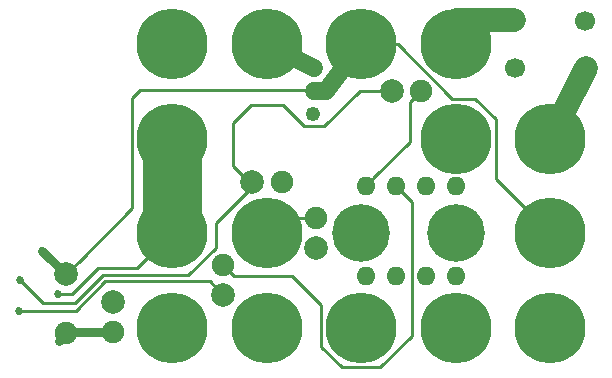
<source format=gbl>
G04 This is an RS-274x file exported by *
G04 gerbv version 2.6.0 *
G04 More information is available about gerbv at *
G04 http://gerbv.gpleda.org/ *
G04 --End of header info--*
%MOIN*%
%FSLAX34Y34*%
%IPPOS*%
G04 --Define apertures--*
%ADD10C,0.0039*%
%ADD11C,0.0787*%
%ADD12C,0.1969*%
%ADD13C,0.0591*%
%ADD14C,0.0669*%
%ADD15C,0.1921*%
%ADD16C,0.2362*%
%ADD17O,0.0630X0.0630*%
%ADD18C,0.0787*%
%ADD19C,0.0748*%
%ADD20C,0.0492*%
%ADD21C,0.0270*%
%ADD22C,0.0100*%
%ADD23C,0.0300*%
G04 --Start main section--*
G54D11*
G01X0057067Y-036220D02*
G01X0055118Y-036220D01*
G01X0058268Y-040157D02*
G01X0059469Y-037795D01*
G54D12*
G01X0045669Y-043307D02*
G01X0045669Y-040157D01*
G54D13*
G01X0050394Y-037795D02*
G01X0048819Y-037008D01*
G01X0050394Y-038583D02*
G01X0050787Y-038583D01*
G01X0050787Y-038583D02*
G01X0051969Y-037008D01*
G54D14*
G01X0059446Y-037801D03*
G01X0057084Y-037801D03*
G01X0059446Y-036226D03*
G01X0057084Y-036226D03*
G54D16*
G01X0055118Y-037008D03*
G01X0058268Y-040157D03*
G01X0058268Y-043307D03*
G54D17*
G01X0055118Y-041732D03*
G01X0054118Y-041732D03*
G01X0053118Y-041732D03*
G01X0052118Y-041732D03*
G01X0052118Y-044732D03*
G01X0053118Y-044732D03*
G01X0054118Y-044732D03*
G01X0055118Y-044732D03*
G54D15*
G01X0055118Y-043307D03*
G01X0051969Y-043307D03*
G54D16*
G01X0045669Y-040157D03*
G01X0045669Y-043307D03*
G01X0045669Y-046457D03*
G01X0045669Y-037008D03*
G54D18*
G01X0043701Y-045606D03*
G54D19*
G01X0043701Y-046591D03*
G54D16*
G01X0055118Y-040157D03*
G01X0048819Y-046457D03*
G01X0051969Y-046457D03*
G01X0055118Y-046457D03*
G54D18*
G01X0042126Y-044685D03*
G54D19*
G01X0042126Y-046654D03*
G54D18*
G01X0052980Y-038559D03*
G54D19*
G01X0053965Y-038559D03*
G54D18*
G01X0047362Y-045356D03*
G54D19*
G01X0047362Y-044372D03*
G54D18*
G01X0048344Y-041594D03*
G54D19*
G01X0049329Y-041594D03*
G54D18*
G01X0050463Y-043801D03*
G54D19*
G01X0050463Y-042817D03*
G54D16*
G01X0058268Y-046457D03*
G01X0048819Y-043307D03*
G01X0051969Y-037008D03*
G54D20*
G01X0050374Y-038553D03*
G01X0050374Y-037766D03*
G01X0050374Y-039341D03*
G54D16*
G01X0048819Y-037008D03*
G54D21*
G01X0041850Y-045354D03*
G01X0041335Y-043894D03*
G01X0040551Y-045906D03*
G01X0040591Y-044882D03*
G54D22*
G01X0047362Y-044372D02*
G01X0047736Y-044746D01*
G01X0047736Y-044746D02*
G01X0049677Y-044746D01*
G01X0050637Y-047096D02*
G01X0051330Y-047788D01*
G01X0049677Y-044746D02*
G01X0050637Y-045706D01*
G01X0050637Y-045706D02*
G01X0050637Y-047096D01*
G01X0053653Y-046742D02*
G01X0053653Y-042267D01*
G01X0051330Y-047788D02*
G01X0052607Y-047788D01*
G01X0053653Y-042267D02*
G01X0053433Y-042047D01*
G01X0052607Y-047788D02*
G01X0053653Y-046742D01*
G01X0053433Y-042047D02*
G01X0053118Y-041732D01*
G01X0050463Y-042817D02*
G01X0049309Y-042817D01*
G01X0049309Y-042817D02*
G01X0048819Y-043307D01*
G01X0053965Y-038559D02*
G01X0053591Y-038933D01*
G01X0053591Y-038933D02*
G01X0053591Y-040260D01*
G01X0053591Y-040260D02*
G01X0052433Y-041417D01*
G01X0052433Y-041417D02*
G01X0052118Y-041732D01*
G01X0042323Y-045354D02*
G01X0041850Y-045354D01*
G01X0043189Y-044488D02*
G01X0042323Y-045354D01*
G01X0045669Y-043307D02*
G01X0044488Y-044488D01*
G01X0044488Y-044488D02*
G01X0043189Y-044488D01*
G54D23*
G01X0043701Y-046591D02*
G01X0042189Y-046591D01*
G01X0042189Y-046591D02*
G01X0042126Y-046654D01*
G01X0041886Y-046894D02*
G01X0042126Y-046654D01*
G54D22*
G01X0042720Y-044091D02*
G01X0042589Y-044222D01*
G01X0042589Y-044222D02*
G01X0042126Y-044685D01*
G01X0044338Y-041839D02*
G01X0044338Y-042473D01*
G01X0044338Y-042473D02*
G01X0042589Y-044222D01*
G01X0058268Y-043307D02*
G01X0056449Y-041489D01*
G01X0056449Y-041489D02*
G01X0056449Y-039519D01*
G01X0056449Y-039519D02*
G01X0055757Y-038826D01*
G01X0053189Y-037008D02*
G01X0051969Y-037008D01*
G01X0055757Y-038826D02*
G01X0055007Y-038826D01*
G01X0055007Y-038826D02*
G01X0053189Y-037008D01*
G01X0050374Y-038553D02*
G01X0044585Y-038553D01*
G01X0044585Y-038553D02*
G01X0044338Y-038800D01*
G01X0044338Y-038800D02*
G01X0044338Y-041839D01*
G01X0044338Y-041839D02*
G01X0044335Y-041843D01*
G54D23*
G01X0041335Y-043894D02*
G01X0042126Y-044685D01*
G54D22*
G01X0040551Y-045906D02*
G01X0042455Y-045906D01*
G01X0042455Y-045906D02*
G01X0043440Y-044921D01*
G01X0043440Y-044921D02*
G01X0046927Y-044921D01*
G01X0046927Y-044921D02*
G01X0047362Y-045356D01*
G01X0051914Y-038559D02*
G01X0052424Y-038559D01*
G01X0052424Y-038559D02*
G01X0052980Y-038559D01*
G01X0049355Y-039041D02*
G01X0050051Y-039737D01*
G01X0047702Y-039622D02*
G01X0048283Y-039041D01*
G01X0050737Y-039737D02*
G01X0051914Y-038559D01*
G01X0047123Y-043793D02*
G01X0047123Y-042964D01*
G01X0047702Y-041080D02*
G01X0047702Y-039622D01*
G01X0050051Y-039737D02*
G01X0050737Y-039737D01*
G01X0041348Y-045639D02*
G01X0042439Y-045639D01*
G01X0047123Y-042964D02*
G01X0048354Y-041732D01*
G01X0043357Y-044721D02*
G01X0046195Y-044721D01*
G01X0046195Y-044721D02*
G01X0047123Y-043793D01*
G01X0048354Y-041732D02*
G01X0047702Y-041080D01*
G01X0042439Y-045639D02*
G01X0043357Y-044721D01*
G01X0040591Y-044882D02*
G01X0041348Y-045639D01*
G01X0048283Y-039041D02*
G01X0049355Y-039041D01*
G54D23*
G01X0045699Y-036978D02*
G01X0045669Y-037008D01*
M02*

</source>
